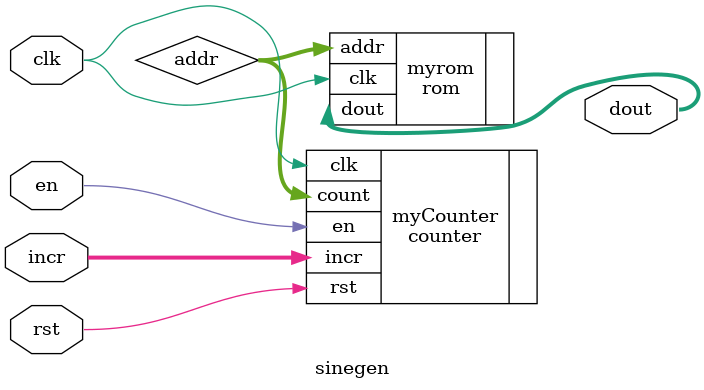
<source format=sv>
module sinegen #(
    parameter   ADDRESS_WIDTH = 8,
                DATA_WIDTH = 8
)(
    input logic         clk,
    input logic [ADDRESS_WIDTH-1:0] incr,
    input logic  rst,
    input logic en,
    output logic [DATA_WIDTH-1:0]   dout

);

 logic [ADDRESS_WIDTH-1:0] addr;

counter myCounter (
  .clk (clk),
  .rst (rst),
  .en (en),
  .incr(incr),
  .count (addr)
);

rom myrom (
    .clk (clk),
    .addr (addr),
    .dout (dout)
);


endmodule

</source>
